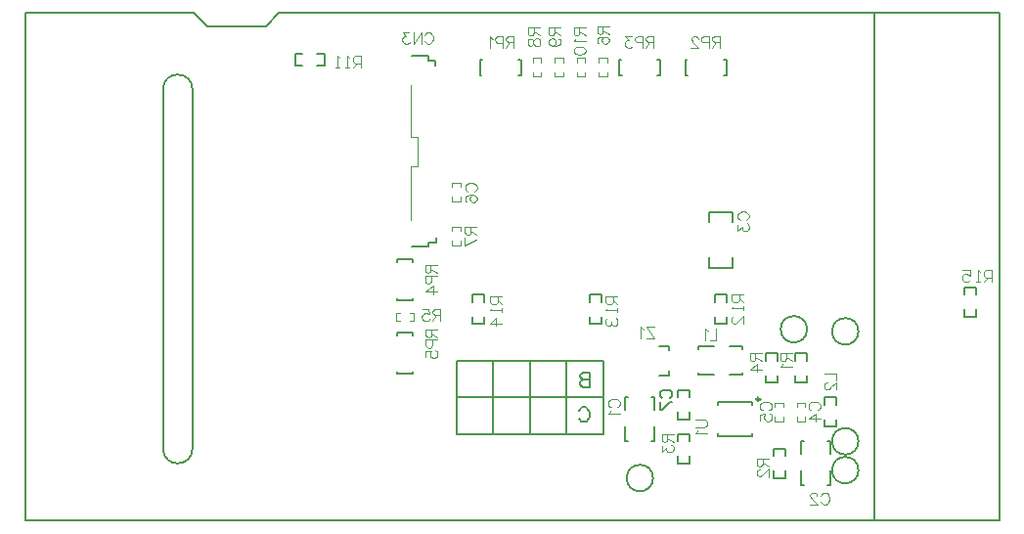
<source format=gbo>
%FSTAX23Y23*%
%MOIN*%
%SFA1B1*%

%IPPOS*%
%ADD11C,0.010000*%
%ADD16C,0.005000*%
%ADD17C,0.008000*%
%ADD42C,0.006000*%
%ADD44C,0.004000*%
%ADD68C,0.003000*%
%LNmb895c-1*%
%LPD*%
G54D11*
X02503Y00414D02*
D01*
D01*
G75*
G03X02493I-00005J0D01*
G74*G01*
D01*
G75*
G03X02503I00005J0D01*
G74*G01*
G54D16*
X02665Y00652D02*
D01*
D01*
G75*
G03X02575I-00045J0D01*
G74*G01*
D01*
G75*
G03X02665I00045J0D01*
G74*G01*
X0284Y00172D02*
D01*
D01*
G75*
G03X0275I-00045J0D01*
G74*G01*
D01*
G75*
G03X0284I00045J0D01*
G74*G01*
Y00645D02*
D01*
D01*
G75*
G03X0275I-00045J0D01*
G74*G01*
D01*
G75*
G03X0284I00045J0D01*
G74*G01*
X0214Y00145D02*
D01*
D01*
G75*
G03X0205I-00045J0D01*
G74*G01*
D01*
G75*
G03X0214I00045J0D01*
G74*G01*
X0284Y0027D02*
D01*
D01*
G75*
G03X0275I-00045J0D01*
G74*G01*
D01*
G75*
G03X0284I00045J0D01*
G74*G01*
X0236Y00404D02*
X02479D01*
X0236Y00394D02*
Y00404D01*
X02479Y00394D02*
Y00404D01*
X0236Y00286D02*
Y00296D01*
Y00286D02*
X02479D01*
Y00296*
X02195Y0058D02*
Y00595D01*
X0216D02*
X02195D01*
Y00495D02*
Y0051D01*
X0216Y00495D02*
X02195D01*
X0147Y0042D02*
X0197D01*
X01845Y00295D02*
Y00545D01*
X0172Y00295D02*
Y00545D01*
X01595Y0051D02*
Y00545D01*
Y00295D02*
Y0054D01*
X0147Y00295D02*
Y00545D01*
X0197*
Y00295D02*
Y00545D01*
X0147Y00295D02*
X0197D01*
X02678Y0173D02*
X02895D01*
Y0D02*
Y0173D01*
X01375Y01569D02*
Y01582D01*
X01374Y01583D02*
X01375Y01582D01*
X01319Y01583D02*
X01374D01*
X01375Y00933D02*
Y00947D01*
X01319Y00933D02*
X01375D01*
X01375Y01569D02*
X01398D01*
Y0155D02*
Y01569D01*
X01402Y00947D02*
Y00963D01*
X01375Y00947D02*
X01402D01*
X02171Y00418D02*
X02165Y00425D01*
Y00438*
X02171Y00445*
X02198*
X02205Y00438*
Y00425*
X02198Y00418*
X02165Y00405D02*
Y00378D01*
X02171*
X02198Y00405*
X02205*
X0047Y00245D02*
D01*
D01*
G75*
G03X0057I00050J0D01*
G74*G01*
Y0147D02*
D01*
D01*
G75*
G03X0047I-00050J0D01*
G74*G01*
X0062Y01685D02*
X0082D01*
X00865Y0173*
X0332*
X00575D02*
X0062Y01685D01*
X0Y0D02*
X03315D01*
X0D02*
Y0173D01*
X0057Y00245D02*
Y0147D01*
X0047Y00245D02*
Y0147D01*
X0332Y0D02*
Y0173D01*
X03315Y0D02*
X0332Y0D01*
X0Y0173D02*
X00575Y0173D01*
G54D17*
X01925Y00505D02*
Y00455D01*
Y00505D02*
X01903D01*
X01896Y00502*
X01894Y005*
X01891Y00495*
Y0049*
X01894Y00486*
X01896Y00483*
X01903Y00481*
X01925D02*
X01903D01*
X01896Y00479*
X01894Y00476*
X01891Y00471*
Y00464*
X01894Y0046*
X01896Y00457*
X01903Y00455*
X01925*
X01888Y00374D02*
X0189Y00379D01*
X01895Y00383*
X019Y00386*
X01909*
X01914Y00383*
X01919Y00379*
X01921Y00374*
X01924Y00367*
Y00355*
X01921Y00348*
X01919Y00343*
X01914Y00338*
X01909Y00336*
X019*
X01895Y00338*
X0189Y00343*
X01888Y00348*
G54D42*
X02144Y0027D02*
Y00322D01*
X02045Y0027D02*
Y00322D01*
X02144Y00377D02*
Y0042D01*
X02045Y00377D02*
Y0042D01*
Y0027D02*
X02055D01*
X02135D02*
X02144D01*
X02135Y0042D02*
X02144D01*
X02045D02*
X02055D01*
X02645Y0027D02*
X02655D01*
X02735D02*
X02744D01*
X02735Y0012D02*
X02744D01*
X02645D02*
X02655D01*
X02645Y00227D02*
Y0027D01*
X02744Y00227D02*
Y0027D01*
X02645Y0012D02*
Y00172D01*
X02744Y0012D02*
Y00172D01*
X032Y0077D02*
Y00795D01*
X0324*
Y0077D02*
Y00795D01*
Y00695D02*
Y0072D01*
X032Y00695D02*
X0324D01*
X032D02*
Y0072D01*
X01925Y00745D02*
Y0077D01*
X01965*
Y00745D02*
Y0077D01*
Y0067D02*
Y00695D01*
X01925Y0067D02*
X01965D01*
X01925D02*
Y00695D01*
X0235Y0067D02*
Y00695D01*
Y0067D02*
X0239D01*
Y00695*
Y00745D02*
Y0077D01*
X0235D02*
X0239D01*
X0235Y00745D02*
Y0077D01*
X0225Y01572D02*
X02256D01*
X0225Y01517D02*
Y01572D01*
Y01517D02*
X02259D01*
X02381D02*
X02389D01*
X0239D02*
Y01572D01*
X02381D02*
X0239D01*
X01322Y005D02*
Y00506D01*
X01267Y005D02*
X01322D01*
X01267D02*
Y00509D01*
Y00631D02*
Y00639D01*
Y0064D02*
X01322D01*
Y00631D02*
Y0064D01*
X02156Y01572D02*
X02165D01*
Y01517D02*
Y01572D01*
X02156Y01517D02*
X02164D01*
X02025D02*
X02034D01*
X02025D02*
Y01572D01*
X02031*
X01322Y00881D02*
Y0089D01*
X01267D02*
X01322D01*
X01267Y00881D02*
Y00889D01*
Y0075D02*
Y00759D01*
Y0075D02*
X01322D01*
Y00756*
X02565Y0047D02*
Y00495D01*
X02525Y0047D02*
X02565D01*
X02525D02*
Y00495D01*
Y00545D02*
Y0057D01*
X02565*
Y00545D02*
Y0057D01*
X02265Y00195D02*
Y0022D01*
X02225Y00195D02*
X02265D01*
X02225D02*
Y0022D01*
Y0027D02*
Y00295D01*
X02265*
Y0027D02*
Y00295D01*
X0259Y00145D02*
Y0017D01*
X0255Y00145D02*
X0259D01*
X0255D02*
Y0017D01*
Y0022D02*
Y00245D01*
X0259*
Y0022D02*
Y00245D01*
X02665Y0047D02*
Y00495D01*
X02625Y0047D02*
X02665D01*
X02625D02*
Y00495D01*
Y00545D02*
Y0057D01*
X02665*
Y00545D02*
Y0057D01*
X0155Y01517D02*
X01556D01*
X0155D02*
Y01572D01*
X01559*
X01681D02*
X01689D01*
X0169Y01517D02*
Y01572D01*
X01681Y01517D02*
X0169D01*
X0092Y0159D02*
X00945D01*
X0092Y0155D02*
Y0159D01*
Y0155D02*
X00945D01*
X00995D02*
X0102D01*
Y0159*
X00995D02*
X0102D01*
X01525Y0067D02*
Y00695D01*
Y0067D02*
X01565D01*
Y00695*
Y00745D02*
Y0077D01*
X01525D02*
X01565D01*
X01525Y00745D02*
Y0077D01*
X02445Y00585D02*
Y00594D01*
Y00496D02*
Y00505D01*
X02295Y00496D02*
Y00505D01*
Y00585D02*
Y00594D01*
X02402D02*
X02445D01*
X02402Y00496D02*
X02445D01*
X02295Y00594D02*
X02347D01*
X02295Y00496D02*
X02347D01*
X02725Y0032D02*
Y00345D01*
Y0032D02*
X02765D01*
Y00345*
Y00395D02*
Y0042D01*
X02725D02*
X02765D01*
X02725Y00395D02*
Y0042D01*
X02225Y00345D02*
Y0037D01*
Y00345D02*
X02265D01*
Y0037*
Y0042D02*
Y00445D01*
X02225D02*
X02265D01*
X02225Y0042D02*
Y00445D01*
X0233Y00861D02*
X0241D01*
X0233Y01016D02*
Y01051D01*
X0241*
Y01016D02*
Y01051D01*
Y00861D02*
Y00896D01*
X0233Y00861D02*
Y00896D01*
G54D44*
X01806Y01514D02*
Y01528D01*
X01834Y01514D02*
Y01528D01*
Y01561D02*
Y01576D01*
X01806Y01514D02*
X01834D01*
X01806Y01561D02*
Y01576D01*
X01834*
X01881Y01514D02*
Y01528D01*
X01909Y01514D02*
Y01528D01*
Y01561D02*
Y01576D01*
X01881Y01514D02*
X01909D01*
X01881Y01561D02*
Y01576D01*
X01909*
X01484Y00987D02*
Y01001D01*
X01456Y00987D02*
Y01001D01*
Y00939D02*
Y00954D01*
Y01001D02*
X01484D01*
Y00939D02*
Y00954D01*
X01456Y00939D02*
X01484D01*
X01731Y01514D02*
Y01528D01*
X01759Y01514D02*
Y01528D01*
Y01561D02*
Y01576D01*
X01731Y01514D02*
X01759D01*
X01731Y01561D02*
Y01576D01*
X01759*
X02631Y00339D02*
X02659D01*
Y00354*
X02631Y00401D02*
X02659D01*
X02631Y00339D02*
Y00354D01*
Y00387D02*
Y00401D01*
X02659Y00387D02*
Y00401D01*
X02556Y00339D02*
X02584D01*
Y00354*
X02556Y00401D02*
X02584D01*
X02556Y00339D02*
Y00354D01*
Y00387D02*
Y00401D01*
X02584Y00387D02*
Y00401D01*
X01456Y01089D02*
X01484D01*
Y01104*
X01456Y01151D02*
X01484D01*
X01456Y01089D02*
Y01104D01*
Y01137D02*
Y01151D01*
X01484Y01137D02*
Y01151D01*
X01264Y00709D02*
X01278D01*
X01264Y00681D02*
X01278D01*
X01311D02*
X01326D01*
X01264D02*
Y00709D01*
X01311D02*
X01326D01*
Y00681D02*
Y00709D01*
X01956Y01576D02*
X01984D01*
X01956Y01561D02*
Y01576D01*
Y01514D02*
X01984D01*
Y01561D02*
Y01576D01*
Y01514D02*
Y01528D01*
X01956Y01514D02*
Y01528D01*
X01361Y01655D02*
X01363Y01659D01*
X01367Y01663*
X0137Y01665*
X01378*
X01382Y01663*
X01386Y01659*
X01388Y01655*
X0139Y0165*
Y0164*
X01388Y01634*
X01386Y01631*
X01382Y01627*
X01378Y01625*
X0137*
X01367Y01627*
X01363Y01631*
X01361Y01634*
X0135Y01665D02*
Y01625D01*
Y01665D02*
X01323Y01625D01*
Y01665D02*
Y01625D01*
X01308Y01665D02*
X01287D01*
X01299Y0165*
X01293*
X01289Y01648*
X01287Y01646*
X01285Y0164*
Y01636*
X01287Y01631*
X01291Y01627*
X01297Y01625*
X01302*
X01308Y01627*
X0131Y01629*
X01312Y01632*
X02725Y005D02*
X02765D01*
Y00477*
X02734Y0047D02*
X02732D01*
X02728Y00468*
X02726Y00467*
X02725Y00463*
Y00455*
X02726Y00451*
X02728Y00449*
X02732Y00448*
X02736*
X0274Y00449*
X02745Y00453*
X02765Y00472*
Y00446*
X01509Y01121D02*
X01505Y01123D01*
X01501Y01127*
X015Y01131*
Y01138*
X01501Y01142*
X01505Y01146*
X01509Y01148*
X01515Y0115*
X01524*
X0153Y01148*
X01534Y01146*
X01538Y01142*
X0154Y01138*
Y01131*
X01538Y01127*
X01534Y01123*
X0153Y01121*
X01505Y01087D02*
X01501Y01089D01*
X015Y01095*
Y01099*
X01501Y01104*
X01507Y01108*
X01517Y0111*
X01526*
X01534Y01108*
X01538Y01104*
X0154Y01099*
Y01097*
X01538Y01091*
X01534Y01087*
X01528Y01085*
X01526*
X0152Y01087*
X01517Y01091*
X01515Y01097*
Y01099*
X01517Y01104*
X0152Y01108*
X01526Y0111*
X02514Y00376D02*
X0251Y00378D01*
X02506Y00382*
X02505Y00386*
Y00393*
X02506Y00397*
X0251Y00401*
X02514Y00403*
X0252Y00405*
X02529*
X02535Y00403*
X02539Y00401*
X02543Y00397*
X02545Y00393*
Y00386*
X02543Y00382*
X02539Y00378*
X02535Y00376*
X02505Y00342D02*
Y00361D01*
X02522Y00363*
X0252Y00361*
X02518Y00355*
Y0035*
X0252Y00344*
X02524Y0034*
X02529Y00338*
X02533*
X02539Y0034*
X02543Y00344*
X02545Y0035*
Y00355*
X02543Y00361*
X02541Y00363*
X02537Y00365*
X02679Y00376D02*
X02675Y00378D01*
X02671Y00382*
X0267Y00386*
Y00393*
X02671Y00397*
X02675Y00401*
X02679Y00403*
X02685Y00405*
X02694*
X027Y00403*
X02704Y00401*
X02708Y00397*
X0271Y00393*
Y00386*
X02708Y00382*
X02704Y00378*
X027Y00376*
X0267Y00346D02*
X02696Y00365D01*
Y00336*
X0267Y00346D02*
X0271D01*
X01366Y00652D02*
X01406D01*
X01366D02*
Y00634D01*
X01368Y00629*
X0137Y00627*
X01374Y00625*
X01378*
X01381Y00627*
X01383Y00629*
X01385Y00634*
Y00652*
Y00638D02*
X01406Y00625D01*
X01387Y00616D02*
Y00599D01*
X01385Y00593*
X01383Y00591*
X0138Y00589*
X01374*
X0137Y00591*
X01368Y00593*
X01366Y00599*
Y00616*
X01406*
X01366Y00557D02*
Y00576D01*
X01383Y00578*
X01381Y00576*
X0138Y00571*
Y00565*
X01381Y00559*
X01385Y00556*
X01391Y00554*
X01395*
X01401Y00556*
X01404Y00559*
X01406Y00565*
Y00571*
X01404Y00576*
X01402Y00578*
X01399Y0058*
X01363Y00871D02*
X01403D01*
X01363D02*
Y00854D01*
X01365Y00848*
X01367Y00846*
X01371Y00844*
X01375*
X01379Y00846*
X01381Y00848*
X01382Y00854*
Y00871*
Y00857D02*
X01403Y00844D01*
X01384Y00835D02*
Y00818D01*
X01382Y00812*
X01381Y0081*
X01377Y00809*
X01371*
X01367Y0081*
X01365Y00812*
X01363Y00818*
Y00835*
X01403*
X01363Y00781D02*
X0139Y008D01*
Y00771*
X01363Y00781D02*
X01403D01*
X02367Y01651D02*
Y01611D01*
Y01651D02*
X0235D01*
X02344Y01649*
X02342Y01647*
X0234Y01643*
Y01639*
X02342Y01636*
X02344Y01634*
X0235Y01632*
X02367*
X02353D02*
X0234Y01611D01*
X02331Y0163D02*
X02314D01*
X02308Y01632*
X02306Y01634*
X02304Y01637*
Y01643*
X02306Y01647*
X02308Y01649*
X02314Y01651*
X02331*
Y01611*
X02294Y01641D02*
Y01643D01*
X02292Y01647*
X0229Y01649*
X02286Y01651*
X02278*
X02275Y01649*
X02273Y01647*
X02271Y01643*
Y01639*
X02273Y01636*
X02276Y0163*
X02296Y01611*
X02269*
X02118Y0066D02*
X02145Y0062D01*
Y0066D02*
X02118D01*
X02145Y0062D02*
X02118D01*
X02109Y00652D02*
X02105Y00654D01*
X02099Y0066*
Y0062*
X01715Y0168D02*
X01755D01*
X01715D02*
Y01663D01*
X01716Y01657*
X01718Y01655*
X01722Y01653*
X01726*
X0173Y01655*
X01732Y01657*
X01734Y01663*
Y0168*
Y01666D02*
X01755Y01653D01*
X01715Y01635D02*
X01716Y0164D01*
X0172Y01642*
X01724*
X01728Y0164*
X0173Y01637*
X01732Y01629*
X01734Y01623*
X01737Y01619*
X01741Y01618*
X01747*
X01751Y01619*
X01753Y01621*
X01755Y01627*
Y01635*
X01753Y0164*
X01751Y01642*
X01747Y01644*
X01741*
X01737Y01642*
X01734Y01638*
X01732Y01633*
X0173Y01625*
X01728Y01621*
X01724Y01619*
X0172*
X01716Y01621*
X01715Y01627*
Y01635*
X01499Y01D02*
X01539D01*
X01499D02*
Y00983D01*
X01501Y00977*
X01503Y00975*
X01507Y00973*
X01511*
X01515Y00975*
X01517Y00977*
X01518Y00983*
Y01*
Y00986D02*
X01539Y00973D01*
X01499Y00938D02*
X01539Y00957D01*
X01499Y00964D02*
Y00938D01*
X0195Y01685D02*
X0199D01*
X0195D02*
Y01668D01*
X01951Y01662*
X01953Y0166*
X01957Y01658*
X01961*
X01965Y0166*
X01967Y01662*
X01969Y01668*
Y01685*
Y01671D02*
X0199Y01658D01*
X01955Y01626D02*
X01951Y01628D01*
X0195Y01634*
Y01638*
X01951Y01643*
X01957Y01647*
X01967Y01649*
X01976*
X01984Y01647*
X01988Y01643*
X0199Y01638*
Y01636*
X01988Y0163*
X01984Y01626*
X01978Y01624*
X01976*
X0197Y01626*
X01967Y0163*
X01965Y01636*
Y01638*
X01967Y01643*
X0197Y01647*
X01976Y01649*
X01415Y0072D02*
Y0068D01*
Y0072D02*
X01397D01*
X01392Y00718*
X0139Y00716*
X01388Y00712*
Y00708*
X0139Y00705*
X01392Y00703*
X01397Y00701*
X01415*
X01401D02*
X01388Y0068D01*
X01356Y0072D02*
X01375D01*
X01377Y00703*
X01375Y00705*
X01369Y00706*
X01364*
X01358Y00705*
X01354Y00701*
X01352Y00695*
Y00691*
X01354Y00686*
X01358Y00682*
X01364Y0068*
X01369*
X01375Y00682*
X01377Y00684*
X01379Y00687*
X0247Y0057D02*
X0251D01*
X0247D02*
Y00553D01*
X02471Y00547*
X02473Y00545*
X02477Y00543*
X02481*
X02485Y00545*
X02487Y00547*
X02489Y00553*
Y0057*
Y00556D02*
X0251Y00543D01*
X0247Y00515D02*
X02496Y00534D01*
Y00506*
X0247Y00515D02*
X0251D01*
X0217Y00295D02*
X0221D01*
X0217D02*
Y00278D01*
X02171Y00272*
X02173Y0027*
X02177Y00268*
X02181*
X02185Y0027*
X02187Y00272*
X02189Y00278*
Y00295*
Y00281D02*
X0221Y00268D01*
X0217Y00255D02*
Y00234D01*
X02185Y00246*
Y0024*
X02187Y00236*
X02189Y00234*
X02194Y00233*
X02198*
X02204Y00234*
X02208Y00238*
X0221Y00244*
Y0025*
X02208Y00255*
X02206Y00257*
X02202Y00259*
X02495Y00212D02*
X02535D01*
X02495D02*
Y00194D01*
X02496Y00189*
X02498Y00187*
X02502Y00185*
X02506*
X0251Y00187*
X02512Y00189*
X02514Y00194*
Y00212*
Y00198D02*
X02535Y00185D01*
X02504Y00174D02*
X02502D01*
X02498Y00172*
X02496Y0017*
X02495Y00166*
Y00159*
X02496Y00155*
X02498Y00153*
X02502Y00151*
X02506*
X0251Y00153*
X02515Y00157*
X02535Y00176*
Y00149*
X02575Y0057D02*
X02615D01*
X02575D02*
Y00553D01*
X02576Y00547*
X02578Y00545*
X02582Y00543*
X02586*
X0259Y00545*
X02592Y00547*
X02594Y00553*
Y0057*
Y00556D02*
X02615Y00543D01*
X02582Y00534D02*
X0258Y0053D01*
X02575Y00525*
X02615*
X02355Y00655D02*
Y00615D01*
X02333*
X02328Y00647D02*
X02324Y00649D01*
X02319Y00655*
Y00615*
X02712Y00085D02*
X02714Y00089D01*
X02718Y00093*
X02721Y00095*
X02729*
X02733Y00093*
X02737Y00089*
X02739Y00085*
X0274Y0008*
Y0007*
X02739Y00064*
X02737Y00061*
X02733Y00057*
X02729Y00055*
X02721*
X02718Y00057*
X02714Y00061*
X02712Y00064*
X02699Y00085D02*
Y00087D01*
X02697Y00091*
X02695Y00093*
X02691Y00095*
X02684*
X0268Y00093*
X02678Y00091*
X02676Y00087*
Y00083*
X02678Y0008*
X02682Y00074*
X02701Y00055*
X02674*
X01997Y00386D02*
X01993Y00388D01*
X01989Y00392*
X01987Y00396*
Y00403*
X01989Y00407*
X01993Y00411*
X01997Y00413*
X02003Y00415*
X02012*
X02018Y00413*
X02022Y00411*
X02026Y00407*
X02027Y00403*
Y00396*
X02026Y00392*
X02022Y00388*
X02018Y00386*
X01995Y00375D02*
X01993Y00371D01*
X01987Y00365*
X02027*
X01665Y0165D02*
Y0161D01*
Y0165D02*
X01647D01*
X01642Y01648*
X0164Y01646*
X01638Y01642*
Y01638*
X0164Y01635*
X01642Y01633*
X01647Y01631*
X01665*
X01651D02*
X01638Y0161D01*
X01629Y01629D02*
X01612D01*
X01606Y01631*
X01604Y01633*
X01602Y01636*
Y01642*
X01604Y01646*
X01606Y01648*
X01612Y0165*
X01629*
Y0161*
X01593Y01642D02*
X01589Y01644D01*
X01584Y0165*
Y0161*
X0187Y0168D02*
X0191D01*
X0187D02*
Y01663D01*
X01871Y01657*
X01873Y01655*
X01877Y01653*
X01881*
X01885Y01655*
X01887Y01657*
X01889Y01663*
Y0168*
Y01666D02*
X0191Y01653D01*
X01877Y01644D02*
X01875Y0164D01*
X0187Y01635*
X0191*
X0187Y01603D02*
X01871Y01609D01*
X01877Y01613*
X01887Y01615*
X01892*
X01902Y01613*
X01908Y01609*
X0191Y01603*
Y016*
X01908Y01594*
X01902Y0159*
X01892Y01588*
X01887*
X01877Y0159*
X01871Y01594*
X0187Y016*
Y01603*
X01785Y0168D02*
X01825D01*
X01785D02*
Y01663D01*
X01786Y01657*
X01788Y01655*
X01792Y01653*
X01796*
X018Y01655*
X01802Y01657*
X01804Y01663*
Y0168*
Y01666D02*
X01825Y01653D01*
X01798Y01619D02*
X01804Y01621D01*
X01807Y01625*
X01809Y01631*
Y01633*
X01807Y01638*
X01804Y01642*
X01798Y01644*
X01796*
X0179Y01642*
X01786Y01638*
X01785Y01633*
Y01631*
X01786Y01625*
X0179Y01621*
X01798Y01619*
X01807*
X01817Y01621*
X01823Y01625*
X01825Y01631*
Y01635*
X01823Y0164*
X01819Y01642*
X02437Y01024D02*
X02433Y01026D01*
X02429Y0103*
X02428Y01034*
Y01041*
X02429Y01045*
X02433Y01049*
X02437Y01051*
X02443Y01053*
X02452*
X02458Y01051*
X02462Y01049*
X02466Y01045*
X02468Y01041*
Y01034*
X02466Y0103*
X02462Y01026*
X02458Y01024*
X02428Y01009D02*
Y00988D01*
X02443Y01*
Y00994*
X02445Y0099*
X02447Y00988*
X02452Y00986*
X02456*
X02462Y00988*
X02466Y00992*
X02468Y00998*
Y01003*
X02466Y01009*
X02464Y01011*
X0246Y01013*
X02142Y01651D02*
Y01611D01*
Y01651D02*
X02125D01*
X02119Y01649*
X02117Y01647*
X02115Y01643*
Y01639*
X02117Y01636*
X02119Y01634*
X02125Y01632*
X02142*
X02128D02*
X02115Y01611D01*
X02106Y0163D02*
X02089D01*
X02083Y01632*
X02081Y01634*
X02079Y01637*
Y01643*
X02081Y01647*
X02083Y01649*
X02089Y01651*
X02106*
Y01611*
X02067Y01651D02*
X02046D01*
X02057Y01636*
X02051*
X02048Y01634*
X02046Y01632*
X02044Y01626*
Y01622*
X02046Y01617*
X0205Y01613*
X02055Y01611*
X02061*
X02067Y01613*
X02069Y01615*
X02071Y01618*
X02285Y00345D02*
X02313D01*
X02319Y00343*
X02323Y00339*
X02325Y00333*
Y0033*
X02323Y00324*
X02319Y0032*
X02313Y00318*
X02285*
X02292Y00307D02*
X0229Y00303D01*
X02285Y00298*
X02325*
X01145Y01545D02*
Y01585D01*
X01125*
X01118Y01578*
Y01565*
X01125Y01558*
X01145*
X01131D02*
X01118Y01545D01*
X01105D02*
X01091D01*
X01098*
Y01585*
X01105Y01578*
X01071Y01545D02*
X01058D01*
X01065*
Y01585*
X01071Y01578*
X02448Y00772D02*
X02408D01*
Y00752*
X02414Y00745*
X02428*
X02434Y00752*
Y00772*
Y00758D02*
X02448Y00745D01*
Y00732D02*
Y00718D01*
Y00725*
X02408*
X02414Y00732*
X02448Y00672D02*
Y00698D01*
X02421Y00672*
X02414*
X02408Y00678*
Y00692*
X02414Y00698*
X02019Y00765D02*
X01979D01*
Y00745*
X01986Y00738*
X01999*
X02006Y00745*
Y00765*
Y00751D02*
X02019Y00738D01*
Y00725D02*
Y00711D01*
Y00718*
X01979*
X01986Y00725*
Y00691D02*
X01979Y00685D01*
Y00671*
X01986Y00665*
X01993*
X01999Y00671*
Y00678*
Y00671*
X02006Y00665*
X02013*
X02019Y00671*
Y00685*
X02013Y00691*
X01625Y00764D02*
X01585D01*
Y00744*
X01591Y00737*
X01605*
X01611Y00744*
Y00764*
Y0075D02*
X01625Y00737D01*
Y00724D02*
Y0071D01*
Y00717*
X01585*
X01591Y00724*
X01625Y0067D02*
X01585D01*
X01605Y0069*
Y00664*
X03295Y00815D02*
Y00855D01*
X03275*
X03268Y00848*
Y00835*
X03275Y00828*
X03295*
X03281D02*
X03268Y00815D01*
X03255D02*
X03241D01*
X03248*
Y00855*
X03255Y00848*
X03195Y00855D02*
X03221D01*
Y00835*
X03208Y00841*
X03201*
X03195Y00835*
Y00821*
X03201Y00815*
X03215*
X03221Y00821*
G54D68*
X01314Y01208D02*
X01339D01*
Y01308*
X01314D02*
X01339D01*
X01314Y01023D02*
Y01208D01*
Y01308D02*
Y01483D01*
M02*
</source>
